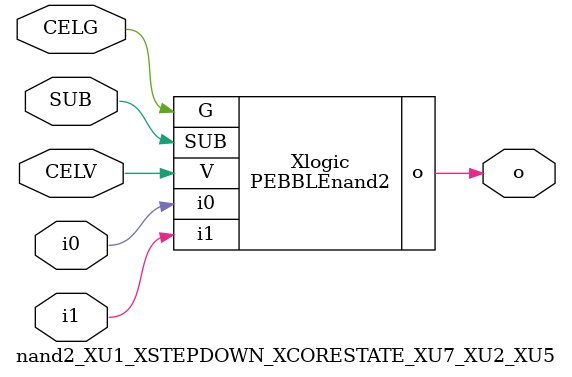
<source format=v>



module PEBBLEnand2 ( o, G, SUB, V, i0, i1 );

  input i0;
  input V;
  input i1;
  input G;
  output o;
  input SUB;
endmodule

//Celera Confidential Do Not Copy nand2_XU1_XSTEPDOWN_XCORESTATE_XU7_XU2_XU5
//Celera Confidential Symbol Generator
//5V NAND2
module nand2_XU1_XSTEPDOWN_XCORESTATE_XU7_XU2_XU5 (CELV,CELG,i0,i1,o,SUB);
input CELV;
input CELG;
input i0;
input i1;
input SUB;
output o;

//Celera Confidential Do Not Copy nand2
PEBBLEnand2 Xlogic(
.V (CELV),
.i0 (i0),
.i1 (i1),
.o (o),
.SUB (SUB),
.G (CELG)
);
//,diesize,PEBBLEnand2

//Celera Confidential Do Not Copy Module End
//Celera Schematic Generator
endmodule

</source>
